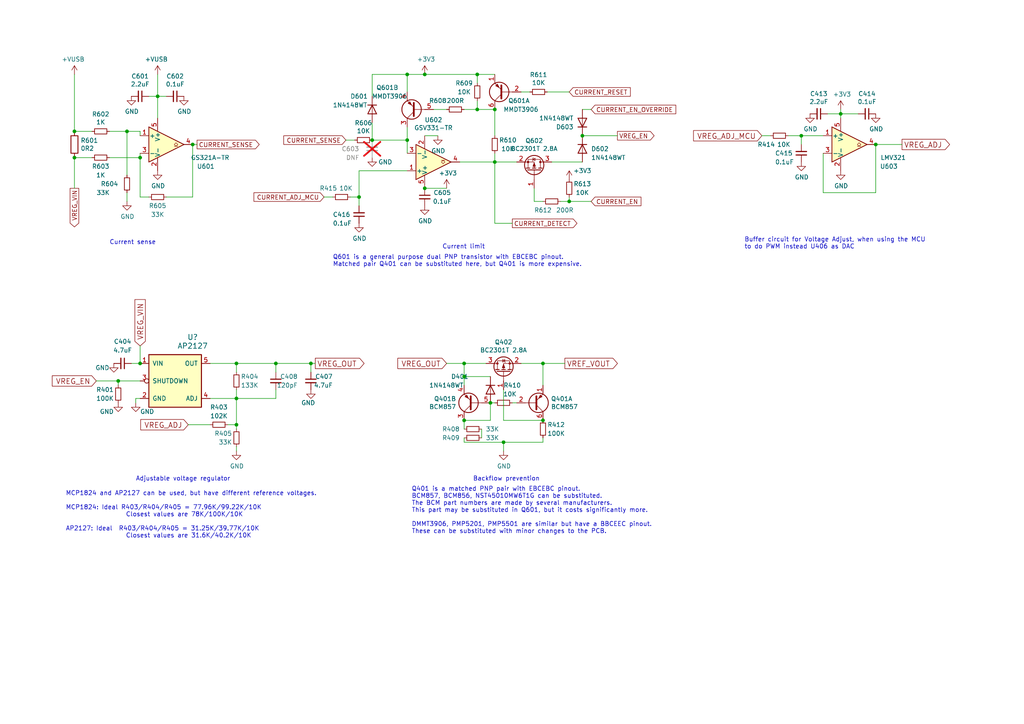
<source format=kicad_sch>
(kicad_sch (version 20250114) (generator "eeschema") (generator_version "9.0")
  (paper "A4")
  (lib_symbols
    (symbol "BusPirate-5-rev10-rescue:+3.3V-power" (power) (pin_names (offset 0))
      (property "Value" "+3.3V-power" (at 0 3.556 0))
      (symbol "+3.3V-power_0_1"
        (polyline (pts (xy -0.762 1.27) (xy 0 2.54)))
        (polyline (pts (xy 0 2.54) (xy 0.762 1.27)))
        (polyline (pts (xy 0 0) (xy 0 2.54)))
      )
      (symbol "+3.3V-power_1_1"
        (pin power_in line (at 0 0 90) (length 0) (hide yes) (name "+3V3") (number "1"))
      )
    )
    (symbol "Comparator:LMV331" (pin_names (offset 0.127))
      (property "Reference" "U" (at 1.27 5.08 0))
      (property "Value" "LMV331" (at 3.81 -5.08 0))
      (symbol "LMV331_0_1"
        (polyline (pts (xy -5.08 5.08) (xy 5.08 0) (xy -5.08 -5.08) (xy -5.08 5.08)) (stroke (width 0.254)) (fill (type background)))
        (polyline (pts (xy 3.302 -0.508) (xy 2.794 -0.508) (xy 3.302 0) (xy 2.794 0.508) (xy 2.286 0) (xy 2.794 -0.508) (xy 2.286 -0.508)) (stroke (width 0.127)))
      )
      (symbol "LMV331_1_1"
        (pin input line (at -7.62 2.54 0) (length 2.54) (name "+") (number "1"))
        (pin input line (at -7.62 -2.54 0) (length 2.54) (name "-") (number "3"))
        (pin power_in line (at -2.54 7.62 270) (length 3.81) (name "V+") (number "5"))
        (pin power_in line (at -2.54 -7.62 90) (length 3.81) (name "V-") (number "2"))
        (pin open_collector line (at 7.62 0 180) (length 2.54) (name "~") (number "4"))
      )
    )
    (symbol "Device:C_Small" (pin_numbers (hide yes)) (pin_names (offset 0.254) (hide yes))
      (property "Reference" "C" (at 0.254 1.778 0))
      (property "Value" "C_Small" (at 0.254 -2.032 0))
      (symbol "C_Small_0_1"
        (polyline (pts (xy -1.524 0.508) (xy 1.524 0.508)) (stroke (width 0.3048)))
        (polyline (pts (xy -1.524 -0.508) (xy 1.524 -0.508)) (stroke (width 0.3302)))
      )
      (symbol "C_Small_1_1"
        (pin passive line (at 0 2.54 270) (length 2.032) (name "~") (number "1"))
        (pin passive line (at 0 -2.54 90) (length 2.032) (name "~") (number "2"))
      )
    )
    (symbol "Device:R" (pin_numbers (hide yes)) (pin_names (offset 0))
      (property "Reference" "R" (at 2.032 0 90))
      (property "Value" "R" (at 0 0 90))
      (symbol "R_0_1"
        (rectangle (start -1.016 -2.54) (end 1.016 2.54) (stroke (width 0.254)))
      )
      (symbol "R_1_1"
        (pin passive line (at 0 3.81 270) (length 1.27) (name "~") (number "1"))
        (pin passive line (at 0 -3.81 90) (length 1.27) (name "~") (number "2"))
      )
    )
    (symbol "Device:R_Small" (pin_numbers (hide yes)) (pin_names (offset 0.254) (hide yes))
      (property "Reference" "R" (at 0.762 0.508 0))
      (property "Value" "R_Small" (at 0.762 -1.016 0))
      (symbol "R_Small_0_1"
        (rectangle (start -0.762 1.778) (end 0.762 -1.778) (stroke (width 0.2032)))
      )
      (symbol "R_Small_1_1"
        (pin passive line (at 0 2.54 270) (length 0.762) (name "~") (number "1"))
        (pin passive line (at 0 -2.54 90) (length 0.762) (name "~") (number "2"))
      )
    )
    (symbol "Diode:1N4148WS" (pin_numbers (hide yes)) (pin_names (hide yes))
      (property "Reference" "D" (at 0 2.54 0))
      (property "Value" "1N4148WS" (at 0 -2.54 0))
      (symbol "1N4148WS_0_1"
        (polyline (pts (xy -1.27 1.27) (xy -1.27 -1.27)) (stroke (width 0.254)))
        (polyline (pts (xy 1.27 1.27) (xy 1.27 -1.27) (xy -1.27 0) (xy 1.27 1.27)) (stroke (width 0.254)))
        (polyline (pts (xy 1.27 0) (xy -1.27 0)))
      )
      (symbol "1N4148WS_1_1"
        (pin passive line (at -3.81 0 0) (length 2.54) (name "K") (number "1"))
        (pin passive line (at 3.81 0 180) (length 2.54) (name "A") (number "2"))
      )
    )
    (symbol "Transistor_FET:BSS84" (pin_names (hide yes))
      (property "Reference" "Q" (at 5.08 1.905 0))
      (property "Value" "BSS84" (at 5.08 0 0))
      (symbol "BSS84_0_1"
        (polyline (pts (xy 0.254 1.905) (xy 0.254 -1.905)) (stroke (width 0.254)))
        (polyline (pts (xy 0.254 0) (xy -2.54 0)))
        (polyline (pts (xy 0.762 2.286) (xy 0.762 1.27)) (stroke (width 0.254)))
        (polyline (pts (xy 0.762 1.778) (xy 3.302 1.778) (xy 3.302 -1.778) (xy 0.762 -1.778)))
        (polyline (pts (xy 0.762 0.508) (xy 0.762 -0.508)) (stroke (width 0.254)))
        (polyline (pts (xy 0.762 -1.27) (xy 0.762 -2.286)) (stroke (width 0.254)))
        (circle (center 1.651 0) (radius 2.794) (stroke (width 0.254)))
        (polyline (pts (xy 2.286 0) (xy 1.27 0.381) (xy 1.27 -0.381) (xy 2.286 0)) (fill (type outline)))
        (polyline (pts (xy 2.54 2.54) (xy 2.54 1.778)))
        (circle (center 2.54 1.778) (radius 0.254) (fill (type outline)))
        (circle (center 2.54 -1.778) (radius 0.254) (fill (type outline)))
        (polyline (pts (xy 2.54 -2.54) (xy 2.54 0) (xy 0.762 0)))
        (polyline (pts (xy 2.794 -0.508) (xy 2.921 -0.381) (xy 3.683 -0.381) (xy 3.81 -0.254)))
        (polyline (pts (xy 3.302 -0.381) (xy 2.921 0.254) (xy 3.683 0.254) (xy 3.302 -0.381)))
      )
      (symbol "BSS84_1_1"
        (pin input line (at -5.08 0 0) (length 2.54) (name "G") (number "1"))
        (pin passive line (at 2.54 5.08 270) (length 2.54) (name "D") (number "3"))
        (pin passive line (at 2.54 -5.08 90) (length 2.54) (name "S") (number "2"))
      )
    )
    (symbol "dp-power:+VUSB" (power) (pin_names (offset 1.016))
      (property "Value" "+VUSB" (at 0 5.08 0))
      (symbol "+VUSB_0_1"
        (polyline (pts (xy 0 2.54) (xy -0.762 1.27)))
        (polyline (pts (xy 0 2.54) (xy 0.762 1.27)))
        (polyline (pts (xy 0 0) (xy 0 2.54)))
      )
      (symbol "+VUSB_1_1"
        (pin power_in line (at 0 0 90) (length 0) (hide yes) (name "+VUSB") (number "1"))
      )
    )
    (symbol "dp-vreg:MCP1824" (pin_names (offset 1.016))
      (property "Reference" "U" (at 0 12.7 0))
      (property "Value" "MCP1824" (at 0 10.16 0))
      (symbol "MCP1824_0_1"
        (rectangle (start -7.62 7.62) (end 7.62 -7.62) (stroke (width 0.3048)) (fill (type background)))
      )
      (symbol "MCP1824_1_1"
        (pin input line (at -10.16 5.08 0) (length 2.54) (name "VIN") (number "1"))
        (pin input inverted (at -10.16 0 0) (length 2.54) (name "SHUTDOWN") (number "3"))
        (pin input line (at -10.16 -5.08 0) (length 2.54) (name "GND") (number "2"))
        (pin power_out line (at 10.16 5.08 180) (length 2.54) (name "OUT") (number "5"))
        (pin input line (at 10.16 -5.08 180) (length 2.54) (name "ADJ") (number "4"))
      )
    )
    (symbol "kicad5-device:Q_DUAL_PNP_PNP_E1B1C2E2B2C1" (pin_names (offset 0) (hide yes))
      (property "Reference" "Q" (at 5.08 1.27 0))
      (property "Value" "Q_DUAL_PNP_PNP_E1B1C2E2B2C1" (at 5.08 -1.27 0))
      (symbol "Q_DUAL_PNP_PNP_E1B1C2E2B2C1_0_1"
        (polyline (pts (xy 0.635 1.905) (xy 0.635 -1.905) (xy 0.635 -1.905)) (stroke (width 0.508)))
        (polyline (pts (xy 0.635 0.635) (xy 2.54 2.54)))
        (polyline (pts (xy 0.635 0) (xy -2.54 0)))
        (polyline (pts (xy 0.635 -0.635) (xy 2.54 -2.54) (xy 2.54 -2.54)))
        (circle (center 1.27 0) (radius 2.8194) (stroke (width 0.254)))
        (polyline (pts (xy 2.286 -1.778) (xy 1.778 -2.286) (xy 1.27 -1.27) (xy 2.286 -1.778) (xy 2.286 -1.778)) (fill (type outline)))
      )
      (symbol "Q_DUAL_PNP_PNP_E1B1C2E2B2C1_1_1"
        (pin input line (at -5.08 0 0) (length 2.54) (name "B1") (number "2"))
        (pin passive line (at 2.54 5.08 270) (length 2.54) (name "C1") (number "6"))
        (pin passive line (at 2.54 -5.08 90) (length 2.54) (name "E1") (number "1"))
      )
      (symbol "Q_DUAL_PNP_PNP_E1B1C2E2B2C1_2_1"
        (pin input line (at -5.08 0 0) (length 2.54) (name "B2") (number "5"))
        (pin passive line (at 2.54 5.08 270) (length 2.54) (name "C2") (number "3"))
        (pin passive line (at 2.54 -5.08 90) (length 2.54) (name "E2") (number "4"))
      )
    )
    (symbol "power:GND" (power) (pin_names (offset 0))
      (property "Value" "GND" (at 0 -3.81 0))
      (symbol "GND_0_1"
        (polyline (pts (xy 0 0) (xy 0 -1.27) (xy 1.27 -1.27) (xy 0 -2.54) (xy -1.27 -1.27) (xy 0 -1.27)))
      )
      (symbol "GND_1_1"
        (pin power_in line (at 0 0 270) (length 0) (hide yes) (name "GND") (number "1"))
      )
    )
  )
  (text "Adjustable voltage regulator" (at 39.37 139.7 0) (effects (font (size 1.27 1.27)) (justify left bottom)))
  (text "Buffer circuit for Voltage Adjust, when using the MCU\nto do PWM instead U406 as DAC" (at 215.9 72.39 0) (effects (font (size 1.27 1.27)) (justify left bottom)))
  (text "Current sense" (at 31.75 71.12 0) (effects (font (size 1.27 1.27)) (justify left bottom)))
  (text "Backflow prevention" (at 137.16 139.7 0) (effects (font (size 1.27 1.27)) (justify left bottom)))
  (text "MCP1824 and AP2127 can be used, but have different reference voltages.\n\nMCP1824: Ideal R403/R404/R405 = 77.96K/99.22K/10K\n                  Closest values are 78K/100K/10K\n\nAP2127: Ideal  R403/R404/R405 = 31.25K/39.77K/10K\n                  Closest values are 31.6K/40.2K/10K" (at 19.05 156.21 0) (effects (font (size 1.27 1.27)) (justify left bottom)))
  (text "Current limit" (at 128.27 72.39 0) (effects (font (size 1.27 1.27)) (justify left bottom)))
  (text "Q401 is a matched PNP pair with EBCEBC pinout.\nBCM857, BCM856, NST45010MW6T1G can be substituted. \nThe BCM part numbers are made by several manufacturers.\nThis part may be substituted in Q601, but it costs significantly more.\n\nDMMT3906, PMP5201, PMP5501 are similar but have a BBCEEC pinout.\nThese can be substituted with minor changes to the PCB." (at 119.38 154.94 0) (effects (font (size 1.27 1.27)) (justify left bottom)))
  (text "Q601 is a general purpose dual PNP transistor with EBCEBC pinout. \nMatched pair Q401 can be substituted here, but Q401 is more expensive.\n" (at 96.52 77.47 0) (effects (font (size 1.27 1.27)) (justify left bottom)))
  (junction (at 143.51 46.99))
  (junction (at 243.84 33.02))
  (junction (at 68.58 105.41))
  (junction (at 168.91 39.37))
  (junction (at 143.51 31.75))
  (junction (at 254 41.91))
  (junction (at 80.01 105.41))
  (junction (at 107.95 40.64))
  (junction (at 34.29 110.49))
  (junction (at 123.19 21.59))
  (junction (at 134.62 109.22))
  (junction (at 118.11 21.59))
  (junction (at 138.43 31.75))
  (junction (at 45.72 27.94))
  (junction (at 21.59 38.1))
  (junction (at 40.64 45.72))
  (junction (at 68.58 123.19))
  (junction (at 40.64 105.41))
  (junction (at 142.24 116.84))
  (junction (at 134.62 105.41))
  (junction (at 134.62 121.92))
  (junction (at 123.19 54.61))
  (junction (at 157.48 105.41))
  (junction (at 90.17 105.41))
  (junction (at 157.48 121.92))
  (junction (at 55.88 41.91))
  (junction (at 232.41 39.37))
  (junction (at 104.14 57.15))
  (junction (at 146.05 128.27))
  (junction (at 118.11 40.64))
  (junction (at 36.83 38.1))
  (junction (at 68.58 115.57))
  (junction (at 138.43 21.59))
  (junction (at 21.59 45.72))
  (junction (at 165.1 58.42))
  (wire (pts (xy 154.94 58.42) (xy 154.94 54.61)))
  (wire (pts (xy 26.67 45.72) (xy 21.59 45.72)))
  (wire (pts (xy 104.14 49.53) (xy 104.14 57.15)))
  (wire (pts (xy 68.58 130.81) (xy 68.58 129.54)))
  (wire (pts (xy 118.11 49.53) (xy 104.14 49.53)))
  (wire (pts (xy 118.11 40.64) (xy 118.11 44.45)))
  (wire (pts (xy 165.1 26.67) (xy 158.75 26.67)))
  (wire (pts (xy 68.58 124.46) (xy 68.58 123.19)))
  (wire (pts (xy 157.48 121.92) (xy 146.05 121.92)))
  (wire (pts (xy 107.95 40.64) (xy 118.11 40.64)))
  (wire (pts (xy 157.48 105.41) (xy 157.48 111.76)))
  (wire (pts (xy 123.19 21.59) (xy 118.11 21.59)))
  (wire (pts (xy 31.75 38.1) (xy 36.83 38.1)))
  (wire (pts (xy 129.54 105.41) (xy 134.62 105.41)))
  (wire (pts (xy 143.51 116.84) (xy 142.24 116.84)))
  (wire (pts (xy 102.87 40.64) (xy 100.33 40.64)))
  (wire (pts (xy 134.62 121.92) (xy 142.24 121.92)))
  (wire (pts (xy 68.58 115.57) (xy 80.01 115.57)))
  (wire (pts (xy 133.35 46.99) (xy 143.51 46.99)))
  (wire (pts (xy 101.6 57.15) (xy 104.14 57.15)))
  (wire (pts (xy 148.59 116.84) (xy 149.86 116.84)))
  (wire (pts (xy 40.64 115.57) (xy 39.37 115.57)))
  (wire (pts (xy 146.05 128.27) (xy 134.62 128.27)))
  (wire (pts (xy 40.64 38.1) (xy 40.64 39.37)))
  (wire (pts (xy 40.64 57.15) (xy 40.64 45.72)))
  (wire (pts (xy 157.48 105.41) (xy 163.83 105.41)))
  (wire (pts (xy 104.14 57.15) (xy 104.14 59.69)))
  (wire (pts (xy 45.72 27.94) (xy 45.72 21.59)))
  (wire (pts (xy 146.05 121.92) (xy 146.05 113.03)))
  (wire (pts (xy 21.59 38.1) (xy 21.59 21.59)))
  (wire (pts (xy 68.58 115.57) (xy 68.58 113.03)))
  (wire (pts (xy 34.29 110.49) (xy 27.94 110.49)))
  (wire (pts (xy 129.54 31.75) (xy 125.73 31.75)))
  (wire (pts (xy 134.62 31.75) (xy 138.43 31.75)))
  (wire (pts (xy 68.58 107.95) (xy 68.58 105.41)))
  (wire (pts (xy 107.95 21.59) (xy 107.95 27.94)))
  (wire (pts (xy 90.17 105.41) (xy 91.44 105.41)))
  (wire (pts (xy 138.43 31.75) (xy 143.51 31.75)))
  (wire (pts (xy 142.24 109.22) (xy 134.62 109.22)))
  (wire (pts (xy 43.18 57.15) (xy 40.64 57.15)))
  (wire (pts (xy 143.51 64.77) (xy 143.51 46.99)))
  (wire (pts (xy 134.62 109.22) (xy 134.62 105.41)))
  (wire (pts (xy 36.83 55.88) (xy 36.83 58.42)))
  (wire (pts (xy 55.88 41.91) (xy 55.88 57.15)))
  (wire (pts (xy 54.61 123.19) (xy 60.96 123.19)))
  (wire (pts (xy 243.84 31.75) (xy 243.84 33.02)))
  (wire (pts (xy 21.59 45.72) (xy 21.59 54.61)))
  (wire (pts (xy 55.88 57.15) (xy 48.26 57.15)))
  (wire (pts (xy 60.96 105.41) (xy 68.58 105.41)))
  (wire (pts (xy 157.48 58.42) (xy 154.94 58.42)))
  (wire (pts (xy 171.45 58.42) (xy 165.1 58.42)))
  (wire (pts (xy 123.19 21.59) (xy 138.43 21.59)))
  (wire (pts (xy 80.01 115.57) (xy 80.01 113.03)))
  (wire (pts (xy 138.43 21.59) (xy 143.51 21.59)))
  (wire (pts (xy 68.58 105.41) (xy 80.01 105.41)))
  (wire (pts (xy 40.64 44.45) (xy 40.64 45.72)))
  (wire (pts (xy 123.19 54.61) (xy 129.54 54.61)))
  (wire (pts (xy 118.11 21.59) (xy 107.95 21.59)))
  (wire (pts (xy 143.51 46.99) (xy 143.51 44.45)))
  (wire (pts (xy 160.02 46.99) (xy 168.91 46.99)))
  (wire (pts (xy 40.64 100.33) (xy 40.64 105.41)))
  (wire (pts (xy 96.52 57.15) (xy 93.98 57.15)))
  (wire (pts (xy 151.13 105.41) (xy 157.48 105.41)))
  (wire (pts (xy 90.17 105.41) (xy 90.17 107.95)))
  (wire (pts (xy 55.88 41.91) (xy 57.15 41.91)))
  (wire (pts (xy 68.58 123.19) (xy 68.58 115.57)))
  (wire (pts (xy 153.67 26.67) (xy 151.13 26.67)))
  (wire (pts (xy 123.19 39.37) (xy 127 39.37)))
  (wire (pts (xy 148.59 64.77) (xy 143.51 64.77)))
  (wire (pts (xy 223.52 39.37) (xy 220.98 39.37)))
  (wire (pts (xy 146.05 130.81) (xy 146.05 128.27)))
  (wire (pts (xy 179.07 39.37) (xy 168.91 39.37)))
  (wire (pts (xy 238.76 55.88) (xy 254 55.88)))
  (wire (pts (xy 118.11 26.67) (xy 118.11 21.59)))
  (wire (pts (xy 107.95 35.56) (xy 107.95 40.64)))
  (wire (pts (xy 232.41 39.37) (xy 228.6 39.37)))
  (wire (pts (xy 38.1 105.41) (xy 40.64 105.41)))
  (wire (pts (xy 34.29 111.76) (xy 34.29 110.49)))
  (wire (pts (xy 60.96 115.57) (xy 68.58 115.57)))
  (wire (pts (xy 26.67 38.1) (xy 21.59 38.1)))
  (wire (pts (xy 139.7 124.46) (xy 139.7 127)))
  (wire (pts (xy 134.62 111.76) (xy 134.62 109.22)))
  (wire (pts (xy 140.97 105.41) (xy 134.62 105.41)))
  (wire (pts (xy 157.48 127) (xy 157.48 128.27)))
  (wire (pts (xy 66.04 123.19) (xy 68.58 123.19)))
  (wire (pts (xy 118.11 36.83) (xy 118.11 40.64)))
  (wire (pts (xy 36.83 50.8) (xy 36.83 38.1)))
  (wire (pts (xy 40.64 110.49) (xy 34.29 110.49)))
  (wire (pts (xy 261.62 41.91) (xy 254 41.91)))
  (wire (pts (xy 143.51 39.37) (xy 143.51 31.75)))
  (wire (pts (xy 138.43 24.13) (xy 138.43 21.59)))
  (wire (pts (xy 165.1 58.42) (xy 162.56 58.42)))
  (wire (pts (xy 80.01 107.95) (xy 80.01 105.41)))
  (wire (pts (xy 80.01 105.41) (xy 90.17 105.41)))
  (wire (pts (xy 243.84 33.02) (xy 248.92 33.02)))
  (wire (pts (xy 254 55.88) (xy 254 41.91)))
  (wire (pts (xy 149.86 46.99) (xy 143.51 46.99)))
  (wire (pts (xy 238.76 39.37) (xy 232.41 39.37)))
  (wire (pts (xy 40.64 45.72) (xy 31.75 45.72)))
  (wire (pts (xy 138.43 29.21) (xy 138.43 31.75)))
  (wire (pts (xy 134.62 127) (xy 134.62 128.27)))
  (wire (pts (xy 43.18 27.94) (xy 45.72 27.94)))
  (wire (pts (xy 36.83 38.1) (xy 40.64 38.1)))
  (wire (pts (xy 238.76 44.45) (xy 238.76 55.88)))
  (wire (pts (xy 240.03 33.02) (xy 243.84 33.02)))
  (wire (pts (xy 243.84 34.29) (xy 243.84 33.02)))
  (wire (pts (xy 45.72 27.94) (xy 45.72 34.29)))
  (wire (pts (xy 157.48 128.27) (xy 146.05 128.27)))
  (wire (pts (xy 165.1 57.15) (xy 165.1 58.42)))
  (wire (pts (xy 232.41 41.91) (xy 232.41 39.37)))
  (wire (pts (xy 171.45 31.75) (xy 168.91 31.75)))
  (wire (pts (xy 134.62 121.92) (xy 134.62 124.46)))
  (wire (pts (xy 39.37 115.57) (xy 39.37 116.84)))
  (wire (pts (xy 45.72 27.94) (xy 48.26 27.94)))
  (wire (pts (xy 142.24 116.84) (xy 142.24 121.92)))
  (global_label "VREG_VIN" (shape output) (at 21.59 54.61 270) (property "Intersheetrefs" "${INTERSHEET_REFS}" (effects (hide yes))))
  (global_label "CURRENT_DETECT" (shape output) (at 148.59 64.77 0) (property "Intersheetrefs" "${INTERSHEET_REFS}" (effects (hide yes))))
  (global_label "VREG_OUT" (shape input) (at 129.54 105.41 180) (effects (font (size 1.524 1.524))) (property "Intersheetrefs" "${INTERSHEET_REFS}" (effects (hide yes))))
  (global_label "VREG_ADJ" (shape input) (at 54.61 123.19 180) (effects (font (size 1.524 1.524))) (property "Intersheetrefs" "${INTERSHEET_REFS}" (effects (hide yes))))
  (global_label "VREG_EN" (shape output) (at 179.07 39.37 0) (property "Intersheetrefs" "${INTERSHEET_REFS}" (effects (hide yes))))
  (global_label "VREG_ADJ_MCU" (shape input) (at 220.98 39.37 180) (effects (font (size 1.524 1.524))) (property "Intersheetrefs" "${INTERSHEET_REFS}" (effects (hide yes))))
  (global_label "VREF_VOUT" (shape output) (at 163.83 105.41 0) (effects (font (size 1.524 1.524))) (property "Intersheetrefs" "${INTERSHEET_REFS}" (effects (hide yes))))
  (global_label "CURRENT_SENSE" (shape input) (at 100.33 40.64 180) (property "Intersheetrefs" "${INTERSHEET_REFS}" (effects (hide yes))))
  (global_label "VREG_EN" (shape input) (at 27.94 110.49 180) (effects (font (size 1.524 1.524))) (property "Intersheetrefs" "${INTERSHEET_REFS}" (effects (hide yes))))
  (global_label "CURRENT_ADJ_MCU" (shape input) (at 93.98 57.15 180) (property "Intersheetrefs" "${INTERSHEET_REFS}" (effects (hide yes))))
  (global_label "CURRENT_SENSE" (shape output) (at 57.15 41.91 0) (property "Intersheetrefs" "${INTERSHEET_REFS}" (effects (hide yes))))
  (global_label "VREG_VIN" (shape input) (at 40.64 100.33 90) (effects (font (size 1.524 1.524))) (property "Intersheetrefs" "${INTERSHEET_REFS}" (effects (hide yes))))
  (global_label "CURRENT_EN" (shape input) (at 171.45 58.42 0) (property "Intersheetrefs" "${INTERSHEET_REFS}" (effects (hide yes))))
  (global_label "VREG_ADJ" (shape output) (at 261.62 41.91 0) (effects (font (size 1.524 1.524))) (property "Intersheetrefs" "${INTERSHEET_REFS}" (effects (hide yes))))
  (global_label "VREG_OUT" (shape output) (at 91.44 105.41 0) (effects (font (size 1.524 1.524))) (property "Intersheetrefs" "${INTERSHEET_REFS}" (effects (hide yes))))
  (global_label "CURRENT_EN_OVERRIDE" (shape input) (at 171.45 31.75 0) (property "Intersheetrefs" "${INTERSHEET_REFS}" (effects (hide yes))))
  (global_label "CURRENT_RESET" (shape input) (at 165.1 26.67 0) (property "Intersheetrefs" "${INTERSHEET_REFS}" (effects (hide yes))))
  (symbol (lib_id "dp-vreg:MCP1824") (at 50.8 110.49 0) (unit 1)
    (property "Reference" "U403" (at 55.88 97.79 0) (effects (font (size 1.524 1.524))))
    (property "Value" "AP2127" (at 55.88 100.33 0) (effects (font (size 1.524 1.524))))
    (property "Footprint" "Package_TO_SOT_SMD:SOT-23-5" (effects (hide yes)))
    (property "RMB" "2.68" (effects (hide yes)))
    (property "Supplier" " https://item.szlcsc.com/157049.html" (effects (hide yes)))
    (instances (project "REV0" (path "" (reference "U?") (unit 1)) (path "" (reference "U403") (unit 1))))
  )
  (symbol (lib_id "power:GND") (at 39.37 116.84 0) (unit 1)
    (property "Reference" "#PWR0412" (effects (hide yes)))
    (property "Value" "GND" (at 40.64 119.38 0) (effects (justify left)))
  )
  (symbol (lib_id "Device:C_Small") (at 90.17 110.49 0) (unit 1)
    (property "Reference" "C407" (at 96.52 109.22 0) (effects (justify right)))
    (property "Value" "4.7uF" (at 96.52 111.76 0) (effects (justify right)))
    (property "Footprint" "Capacitor_SMD:C_0402_1005Metric" (effects (hide yes)))
    (property "RMB" "0.037726" (effects (hide yes)))
    (property "Supplier" "https://item.szlcsc.com/1877.html" (effects (hide yes)))
  )
  (symbol (lib_id "power:GND") (at 90.17 113.03 0) (unit 1)
    (property "Reference" "#PWR0419" (effects (hide yes)))
    (property "Value" "GND" (at 91.44 116.84 0) (effects (justify right)))
  )
  (symbol (lib_id "Transistor_FET:BSS84") (at 146.05 107.95 90) (unit 1)
    (property "Reference" "Q402" (at 146.05 99.2378 90))
    (property "Value" "BC2301T 2.8A" (at 146.05 101.5492 90))
    (property "Footprint" "Package_TO_SOT_SMD:SOT-523" (effects (hide yes)))
    (property "Datasheet" "http://www.aosmd.com/pdfs/datasheet/AO3401A.pdf" (effects (hide yes)))
    (property "RMB" "0.232494" (effects (hide yes)))
    (property "Supplier" "https://item.szlcsc.com/76686.html" (effects (hide yes)))
  )
  (symbol (lib_id "Device:R_Small") (at 137.16 124.46 270) (unit 1)
    (property "Reference" "R408" (at 133.35 124.46 90) (effects (justify right)))
    (property "Value" "33K" (at 144.78 124.46 90) (effects (justify right)))
    (property "Footprint" "Resistor_SMD:R_0402_1005Metric" (effects (hide yes)))
    (property "RMB" "0.005541" (effects (hide yes)))
    (property "Supplier" "https://item.szlcsc.com/141563.html" (effects (hide yes)))
  )
  (symbol (lib_id "power:GND") (at 146.05 130.81 0) (unit 1)
    (property "Reference" "#PWR0426" (effects (hide yes)))
    (property "Value" "GND" (at 146.177 135.2042 0))
  )
  (symbol (lib_id "Device:R_Small") (at 157.48 124.46 0) (unit 1)
    (property "Reference" "R412" (at 158.75 123.19 0) (effects (justify left)))
    (property "Value" "100K" (at 158.75 125.73 0) (effects (justify left)))
    (property "Footprint" "Resistor_SMD:R_0402_1005Metric" (effects (hide yes)))
    (property "RMB" "0.005749" (effects (hide yes)))
    (property "Supplier" "https://item.szlcsc.com/61543.html" (effects (hide yes)))
  )
  (symbol (lib_id "Device:C_Small") (at 35.56 105.41 270) (unit 1)
    (property "Reference" "C404" (at 35.56 99.06 90))
    (property "Value" "4.7uF" (at 35.56 101.6 90))
    (property "Footprint" "Capacitor_SMD:C_0402_1005Metric" (effects (hide yes)))
    (property "RMB" "0.037726" (effects (hide yes)))
    (property "Supplier" "https://item.szlcsc.com/1877.html" (effects (hide yes)))
  )
  (symbol (lib_id "power:GND") (at 33.02 105.41 0) (unit 1)
    (property "Reference" "#PWR0410" (effects (hide yes)))
    (property "Value" "GND" (at 31.75 106.68 0) (effects (justify right)))
  )
  (symbol (lib_id "Device:R_Small") (at 34.29 114.3 0) (unit 1)
    (property "Reference" "R401" (at 33.02 113.03 0) (effects (justify right)))
    (property "Value" "100K" (at 33.02 115.57 0) (effects (justify right)))
    (property "Footprint" "Resistor_SMD:R_0402_1005Metric" (effects (hide yes)))
    (property "RMB" "0.005749" (effects (hide yes)))
    (property "Supplier" "https://item.szlcsc.com/61543.html" (effects (hide yes)))
  )
  (symbol (lib_id "power:GND") (at 34.29 116.84 0) (unit 1)
    (property "Reference" "#PWR0411" (effects (hide yes)))
    (property "Value" "GND" (at 33.02 119.38 0) (effects (justify right)))
  )
  (symbol (lib_id "Device:R_Small") (at 68.58 110.49 0) (unit 1)
    (property "Reference" "R404" (at 69.85 109.22 0) (effects (justify left)))
    (property "Value" "133K" (at 69.85 111.76 0) (effects (justify left)))
    (property "Footprint" "Resistor_SMD:R_0402_1005Metric" (effects (hide yes)))
    (property "RMB" "0.005749" (effects (hide yes)))
    (property "Supplier" "https://item.szlcsc.com/61543.html" (effects (hide yes)))
  )
  (symbol (lib_id "Device:R_Small") (at 68.58 127 0) (unit 1)
    (property "Reference" "R405" (at 67.31 125.73 0) (effects (justify right)))
    (property "Value" "33K" (at 67.31 128.27 0) (effects (justify right)))
    (property "Footprint" "Resistor_SMD:R_0402_1005Metric" (effects (hide yes)))
    (property "RMB" "0.004864" (effects (hide yes)))
    (property "Supplier" "https://item.szlcsc.com/61542.html" (effects (hide yes)))
  )
  (symbol (lib_id "Device:R_Small") (at 63.5 123.19 90) (unit 1)
    (property "Reference" "R403" (at 63.5 118.11 90))
    (property "Value" "102K" (at 63.5 120.65 90))
    (property "Footprint" "Resistor_SMD:R_0402_1005Metric" (effects (hide yes)))
    (property "RMB" "0.005944" (effects (hide yes)))
    (property "Supplier" "https://item.szlcsc.com/174835.html" (effects (hide yes)))
  )
  (symbol (lib_id "power:GND") (at 68.58 130.81 0) (unit 1)
    (property "Reference" "#PWR0417" (effects (hide yes)))
    (property "Value" "GND" (at 68.707 135.2042 0))
  )
  (symbol (lib_id "Device:R_Small") (at 29.21 38.1 270) (unit 1)
    (property "Reference" "R602" (at 29.21 33.1216 90))
    (property "Value" "1K" (at 29.21 35.433 90))
    (property "Footprint" "Resistor_SMD:R_0402_1005Metric" (effects (hide yes)))
    (property "RMB" "0.005622" (effects (hide yes)))
    (property "Supplier" "https://item.szlcsc.com/107450.html" (effects (hide yes)))
  )
  (symbol (lib_id "Device:R") (at 21.59 41.91 0) (unit 1)
    (property "Reference" "R601" (at 23.368 40.7416 0) (effects (justify left)))
    (property "Value" "0R2" (at 23.368 43.053 0) (effects (justify left)))
    (property "Footprint" "Resistor_SMD:R_2512_6332Metric_Pad1.40x3.35mm_HandSolder" (effects (hide yes)))
    (property "RMB" "0.418328" (effects (hide yes)))
    (property "Supplier" "https://item.szlcsc.com/464030.html" (effects (hide yes)))
  )
  (symbol (lib_id "Device:R_Small") (at 29.21 45.72 270) (unit 1)
    (property "Reference" "R603" (at 29.21 48.26 90))
    (property "Value" "1K" (at 29.21 50.8 90))
    (property "Footprint" "Resistor_SMD:R_0402_1005Metric" (effects (hide yes)))
    (property "RMB" "0.005622" (effects (hide yes)))
    (property "Supplier" "https://item.szlcsc.com/107450.html" (effects (hide yes)))
  )
  (symbol (lib_id "Device:R_Small") (at 36.83 53.34 180) (unit 1)
    (property "Reference" "R604" (at 29.21 53.34 0) (effects (justify right)))
    (property "Value" "33K" (at 27.94 55.88 0) (effects (justify right)))
    (property "Footprint" "Resistor_SMD:R_0402_1005Metric" (effects (hide yes)))
    (property "RMB" "0.005541" (effects (hide yes)))
    (property "Supplier" "https://item.szlcsc.com/141563.html" (effects (hide yes)))
  )
  (symbol (lib_id "power:GND") (at 36.83 58.42 0) (unit 1)
    (property "Reference" "#PWR0602" (effects (hide yes)))
    (property "Value" "GND" (at 36.957 62.8142 0))
  )
  (symbol (lib_id "power:GND") (at 45.72 49.53 0) (unit 1)
    (property "Reference" "#PWR0605" (effects (hide yes)))
    (property "Value" "GND" (at 45.847 53.9242 0))
  )
  (symbol (lib_id "Device:R_Small") (at 45.72 57.15 270) (unit 1)
    (property "Reference" "R605" (at 45.72 59.69 90))
    (property "Value" "33K" (at 45.72 62.23 90))
    (property "Footprint" "Resistor_SMD:R_0402_1005Metric" (effects (hide yes)))
    (property "RMB" "0.005541" (effects (hide yes)))
    (property "Supplier" "https://item.szlcsc.com/141563.html" (effects (hide yes)))
  )
  (symbol (lib_id "Device:C_Small") (at 50.8 27.94 270) (unit 1)
    (property "Reference" "C602" (at 50.8 22.1234 90))
    (property "Value" "0.1uF" (at 50.8 24.4348 90))
    (property "Footprint" "Capacitor_SMD:C_0402_1005Metric" (effects (hide yes)))
    (property "RMB" "0.00628" (effects (hide yes)))
    (property "Supplier" "https://item.szlcsc.com/1877.html" (effects (hide yes)))
  )
  (symbol (lib_id "Device:C_Small") (at 40.64 27.94 270) (unit 1)
    (property "Reference" "C601" (at 40.64 22.1234 90))
    (property "Value" "2.2uF" (at 40.64 24.4348 90))
    (property "Footprint" "Capacitor_SMD:C_0402_1005Metric" (effects (hide yes)))
    (property "RMB" "0.043101" (effects (hide yes)))
    (property "Supplier" "https://item.szlcsc.com/108589.html" (effects (hide yes)))
  )
  (symbol (lib_id "power:GND") (at 53.34 27.94 0) (unit 1)
    (property "Reference" "#PWR0606" (effects (hide yes)))
    (property "Value" "GND" (at 53.467 32.3342 0))
  )
  (symbol (lib_id "power:GND") (at 38.1 27.94 0) (unit 1)
    (property "Reference" "#PWR0603" (effects (hide yes)))
    (property "Value" "GND" (at 38.227 32.3342 0))
  )
  (symbol (lib_id "Device:R_Small") (at 105.41 40.64 270) (unit 1)
    (property "Reference" "R606" (at 105.41 35.6616 90))
    (property "Value" "10K" (at 105.41 37.973 90))
    (property "Footprint" "Resistor_SMD:R_0402_1005Metric" (effects (hide yes)))
  )
  (symbol (lib_id "Device:C_Small") (at 107.95 43.18 180) (unit 1) (in_bom no) (dnp yes)
    (property "Reference" "C603" (at 99.06 43.18 0) (effects (justify right)))
    (property "Value" "DNF" (at 100.33 45.72 0) (effects (justify right)))
    (property "Footprint" "Capacitor_SMD:C_0402_1005Metric" (effects (hide yes)))
  )
  (symbol (lib_id "power:GND") (at 107.95 45.72 0) (unit 1)
    (property "Reference" "#PWR0607" (effects (hide yes)))
    (property "Value" "GND" (at 111.76 46.99 0))
  )
  (symbol (lib_id "BusPirate-5-rev10-rescue:+3.3V-power") (at 123.19 21.59 0) (unit 1)
    (property "Reference" "#PWR0609" (effects (hide yes)))
    (property "Value" "+3V3" (at 123.571 17.1958 0))
  )
  (symbol (lib_id "Device:C_Small") (at 123.19 57.15 0) (unit 1)
    (property "Reference" "C605" (at 128.27 55.88 0))
    (property "Value" "0.1uF" (at 128.27 58.42 0))
    (property "Footprint" "Capacitor_SMD:C_0402_1005Metric" (effects (hide yes)))
    (property "RMB" "0.00628" (effects (hide yes)))
    (property "Supplier" "https://item.szlcsc.com/1877.html" (effects (hide yes)))
  )
  (symbol (lib_id "power:GND") (at 123.19 59.69 0) (unit 1)
    (property "Reference" "#PWR0610" (effects (hide yes)))
    (property "Value" "GND" (at 123.317 64.0842 0))
  )
  (symbol (lib_id "dp-power:+VUSB") (at 45.72 21.59 0) (unit 1)
    (property "Reference" "#PWR0604" (effects (hide yes)))
    (property "Value" "+VUSB" (at 45.339 17.1958 0))
  )
  (symbol (lib_id "dp-power:+VUSB") (at 21.59 21.59 0) (unit 1)
    (property "Reference" "#PWR0601" (effects (hide yes)))
    (property "Value" "+VUSB" (at 21.209 17.1958 0))
  )
  (symbol (lib_id "Diode:1N4148WS") (at 107.95 31.75 270) (unit 1)
    (property "Reference" "D601" (at 101.6 27.94 90) (effects (justify left)))
    (property "Value" "1N4148WT" (at 96.52 30.48 90) (effects (justify left)))
    (property "Footprint" "Diode_SMD:D_SOD-523" (effects (hide yes)))
    (property "Datasheet" "https://www.vishay.com/docs/85751/1n4148ws.pdf" (effects (hide yes)))
    (property "RMB" "0.182079" (effects (hide yes)))
    (property "Supplier" "https://item.szlcsc.com/120141.html" (effects (hide yes)))
  )
  (symbol (lib_id "Device:R_Small") (at 137.16 127 270) (unit 1)
    (property "Reference" "R409" (at 133.35 127 90) (effects (justify right)))
    (property "Value" "33K" (at 144.78 127 90) (effects (justify right)))
    (property "Footprint" "Resistor_SMD:R_0402_1005Metric" (effects (hide yes)))
    (property "RMB" "0.005541" (effects (hide yes)))
    (property "Supplier" "https://item.szlcsc.com/141563.html" (effects (hide yes)))
  )
  (symbol (lib_id "BusPirate-5-rev10-rescue:+3.3V-power") (at 129.54 54.61 0) (unit 1)
    (property "Reference" "#PWR0612" (effects (hide yes)))
    (property "Value" "+3V3" (at 129.921 50.2158 0))
  )
  (symbol (lib_id "Diode:1N4148WS") (at 142.24 113.03 270) (unit 1)
    (property "Reference" "D401" (at 130.81 109.22 90) (effects (justify left)))
    (property "Value" "1N4148WT" (at 124.46 111.76 90) (effects (justify left)))
    (property "Footprint" "Diode_SMD:D_SOD-523" (effects (hide yes)))
    (property "Datasheet" "https://www.vishay.com/docs/85751/1n4148ws.pdf" (effects (hide yes)))
    (property "RMB" "0.182079" (effects (hide yes)))
    (property "Supplier" "https://item.szlcsc.com/120141.html" (effects (hide yes)))
  )
  (symbol (lib_id "Device:R_Small") (at 146.05 116.84 270) (unit 1)
    (property "Reference" "R410" (at 151.13 111.76 90) (effects (justify right)))
    (property "Value" "10K" (at 149.86 114.3 90) (effects (justify right)))
    (property "Footprint" "Resistor_SMD:R_0402_1005Metric" (effects (hide yes)))
    (property "RMB" "0.005541" (effects (hide yes)))
    (property "Supplier" "https://item.szlcsc.com/141563.html" (effects (hide yes)))
  )
  (symbol (lib_id "power:GND") (at 127 39.37 0) (unit 1)
    (property "Reference" "#PWR0611" (effects (hide yes)))
    (property "Value" "GND" (at 127.127 43.7642 0))
  )
  (symbol (lib_id "Device:R_Small") (at 132.08 31.75 90) (unit 1)
    (property "Reference" "R608" (at 127 29.21 90))
    (property "Value" "200R" (at 132.08 29.21 90))
    (property "Footprint" "Resistor_SMD:R_0402_1005Metric" (effects (hide yes)))
  )
  (symbol (lib_id "Device:R_Small") (at 138.43 26.67 0) (unit 1)
    (property "Reference" "R609" (at 134.62 24.13 0))
    (property "Value" "10K" (at 134.62 26.67 0))
    (property "Footprint" "Resistor_SMD:R_0402_1005Metric" (effects (hide yes)))
  )
  (symbol (lib_id "Device:R_Small") (at 143.51 41.91 0) (unit 1)
    (property "Reference" "R610" (at 147.32 40.64 0))
    (property "Value" "10K" (at 147.32 43.18 0))
    (property "Footprint" "Resistor_SMD:R_0402_1005Metric" (effects (hide yes)))
  )
  (symbol (lib_id "Transistor_FET:BSS84") (at 154.94 49.53 270) (mirror x) (unit 1)
    (property "Reference" "Q602" (at 154.94 40.8178 90))
    (property "Value" "BC2301T 2.8A" (at 154.94 43.1292 90))
    (property "Footprint" "Package_TO_SOT_SMD:SOT-523" (effects (hide yes)))
    (property "Datasheet" "http://www.aosmd.com/pdfs/datasheet/AO3401A.pdf" (effects (hide yes)))
    (property "RMB" "0.232494" (effects (hide yes)))
    (property "Supplier" "https://item.szlcsc.com/76686.html" (effects (hide yes)))
  )
  (symbol (lib_id "Device:R_Small") (at 160.02 58.42 90) (unit 1)
    (property "Reference" "R612" (at 157.48 60.96 90))
    (property "Value" "200R" (at 163.83 60.96 90))
    (property "Footprint" "Resistor_SMD:R_0402_1005Metric" (effects (hide yes)))
  )
  (symbol (lib_id "Device:R_Small") (at 165.1 54.61 0) (unit 1)
    (property "Reference" "R613" (at 168.91 53.34 0))
    (property "Value" "10K" (at 168.91 55.88 0))
    (property "Footprint" "Resistor_SMD:R_0402_1005Metric" (effects (hide yes)))
  )
  (symbol (lib_id "BusPirate-5-rev10-rescue:+3.3V-power") (at 165.1 52.07 0) (unit 1)
    (property "Reference" "#PWR0613" (effects (hide yes)))
    (property "Value" "+3V3" (at 168.91 49.53 0))
  )
  (symbol (lib_id "Device:R_Small") (at 156.21 26.67 270) (unit 1)
    (property "Reference" "R611" (at 156.21 21.6916 90))
    (property "Value" "10K" (at 156.21 24.003 90))
    (property "Footprint" "Resistor_SMD:R_0402_1005Metric" (effects (hide yes)))
  )
  (symbol (lib_id "kicad5-device:Q_DUAL_PNP_PNP_E1B1C2E2B2C1") (at 146.05 26.67 180) (unit 1)
    (property "Reference" "Q601" (at 153.67 29.21 0) (effects (justify left)))
    (property "Value" "MMDT3906" (at 156.21 31.75 0) (effects (justify left)))
    (property "Footprint" "Package_TO_SOT_SMD:SOT-363_SC-70-6" (effects (hide yes)))
  )
  (symbol (lib_id "kicad5-device:Q_DUAL_PNP_PNP_E1B1C2E2B2C1") (at 120.65 31.75 180) (unit 2)
    (property "Reference" "Q601" (at 115.57 25.4 0) (effects (justify left)))
    (property "Value" "MMDT3906" (at 118.11 27.94 0) (effects (justify left)))
    (property "Footprint" "Package_TO_SOT_SMD:SOT-363_SC-70-6" (effects (hide yes)))
  )
  (symbol (lib_id "kicad5-device:Q_DUAL_PNP_PNP_E1B1C2E2B2C1") (at 154.94 116.84 0) (mirror x) (unit 1)
    (property "Reference" "Q401" (at 159.7914 115.6716 0) (effects (justify left)))
    (property "Value" "BCM857" (at 159.7914 117.983 0) (effects (justify left)))
    (property "Footprint" "Package_TO_SOT_SMD:SOT-363_SC-70-6" (effects (hide yes)))
  )
  (symbol (lib_id "kicad5-device:Q_DUAL_PNP_PNP_E1B1C2E2B2C1") (at 137.16 116.84 180) (unit 2)
    (property "Reference" "Q401" (at 132.3086 115.6716 0) (effects (justify left)))
    (property "Value" "BCM857" (at 132.3086 117.983 0) (effects (justify left)))
    (property "Footprint" "Package_TO_SOT_SMD:SOT-363_SC-70-6" (effects (hide yes)))
  )
  (symbol (lib_id "Diode:1N4148WS") (at 168.91 43.18 270) (unit 1)
    (property "Reference" "D602" (at 171.45 43.18 90) (effects (justify left)))
    (property "Value" "1N4148WT" (at 171.45 45.72 90) (effects (justify left)))
    (property "Footprint" "Diode_SMD:D_SOD-523" (effects (hide yes)))
    (property "Datasheet" "https://www.vishay.com/docs/85751/1n4148ws.pdf" (effects (hide yes)))
    (property "RMB" "0.182079" (effects (hide yes)))
    (property "Supplier" "https://item.szlcsc.com/120141.html" (effects (hide yes)))
  )
  (symbol (lib_id "Diode:1N4148WS") (at 168.91 35.56 90) (unit 1)
    (property "Reference" "D603" (at 166.37 36.83 90) (effects (justify left)))
    (property "Value" "1N4148WT" (at 166.37 34.29 90) (effects (justify left)))
    (property "Footprint" "Diode_SMD:D_SOD-523" (effects (hide yes)))
    (property "Datasheet" "https://www.vishay.com/docs/85751/1n4148ws.pdf" (effects (hide yes)))
    (property "RMB" "0.182079" (effects (hide yes)))
    (property "Supplier" "https://item.szlcsc.com/120141.html" (effects (hide yes)))
  )
  (symbol (lib_id "power:GND") (at 243.84 49.53 0) (unit 1)
    (property "Reference" "#PWR0132" (effects (hide yes)))
    (property "Value" "GND" (at 243.967 53.9242 0))
  )
  (symbol (lib_id "BusPirate-5-rev10-rescue:+3.3V-power") (at 243.84 31.75 0) (unit 1)
    (property "Reference" "#PWR0133" (effects (hide yes)))
    (property "Value" "+3V3" (at 244.221 27.3558 0))
  )
  (symbol (lib_id "Device:C_Small") (at 237.49 33.02 270) (unit 1)
    (property "Reference" "C413" (at 237.49 27.2034 90))
    (property "Value" "2.2uF" (at 237.49 29.5148 90))
    (property "Footprint" "Capacitor_SMD:C_0402_1005Metric" (effects (hide yes)))
    (property "RMB" "0.043101" (effects (hide yes)))
    (property "Supplier" "https://item.szlcsc.com/108589.html" (effects (hide yes)))
  )
  (symbol (lib_id "Device:C_Small") (at 251.46 33.02 270) (unit 1)
    (property "Reference" "C414" (at 251.46 27.2034 90))
    (property "Value" "0.1uF" (at 251.46 29.5148 90))
    (property "Footprint" "Capacitor_SMD:C_0402_1005Metric" (effects (hide yes)))
    (property "RMB" "0.00628" (effects (hide yes)))
    (property "Supplier" "https://item.szlcsc.com/1877.html" (effects (hide yes)))
  )
  (symbol (lib_id "power:GND") (at 254 33.02 0) (unit 1)
    (property "Reference" "#PWR0134" (effects (hide yes)))
    (property "Value" "GND" (at 254.127 37.4142 0))
  )
  (symbol (lib_id "power:GND") (at 234.95 33.02 0) (unit 1)
    (property "Reference" "#PWR0135" (effects (hide yes)))
    (property "Value" "GND" (at 235.077 37.4142 0))
  )
  (symbol (lib_id "Device:C_Small") (at 232.41 44.45 180) (unit 1)
    (property "Reference" "C415" (at 224.79 44.45 0) (effects (justify right)))
    (property "Value" "0.1uF" (at 224.79 46.99 0) (effects (justify right)))
    (property "Footprint" "Capacitor_SMD:C_0402_1005Metric" (effects (hide yes)))
  )
  (symbol (lib_id "Device:R_Small") (at 226.06 39.37 270) (unit 1)
    (property "Reference" "R414" (at 222.25 41.91 90))
    (property "Value" "10K" (at 227.33 41.91 90))
    (property "Footprint" "Resistor_SMD:R_0402_1005Metric" (effects (hide yes)))
  )
  (symbol (lib_id "power:GND") (at 232.41 46.99 0) (unit 1)
    (property "Reference" "#PWR0136" (effects (hide yes)))
    (property "Value" "GND" (at 232.537 51.3842 0))
  )
  (symbol (lib_id "Device:R_Small") (at 99.06 57.15 270) (unit 1)
    (property "Reference" "R415" (at 95.25 54.61 90))
    (property "Value" "10K" (at 100.33 54.61 90))
    (property "Footprint" "Resistor_SMD:R_0402_1005Metric" (effects (hide yes)))
  )
  (symbol (lib_id "Device:C_Small") (at 104.14 62.23 180) (unit 1)
    (property "Reference" "C416" (at 96.52 62.23 0) (effects (justify right)))
    (property "Value" "0.1uF" (at 96.52 64.77 0) (effects (justify right)))
    (property "Footprint" "Capacitor_SMD:C_0402_1005Metric" (effects (hide yes)))
  )
  (symbol (lib_id "power:GND") (at 104.14 64.77 0) (unit 1)
    (property "Reference" "#PWR0137" (effects (hide yes)))
    (property "Value" "GND" (at 104.267 69.1642 0))
  )
  (symbol (lib_id "Device:C_Small") (at 80.01 110.49 0) (unit 1)
    (property "Reference" "C408" (at 86.36 109.22 0) (effects (justify right)))
    (property "Value" "120pF" (at 86.36 111.76 0) (effects (justify right)))
    (property "Footprint" "Capacitor_SMD:C_0402_1005Metric" (effects (hide yes)))
    (property "RMB" "0.037726" (effects (hide yes)))
    (property "Supplier" "https://item.szlcsc.com/1877.html" (effects (hide yes)))
  )
  (symbol (lib_id "Comparator:LMV331") (at 125.73 46.99 0) (mirror x) (unit 1)
    (property "Reference" "U602" (at 125.73 34.7726 0))
    (property "Value" "GSV331-TR" (at 125.73 37.084 0))
    (property "Footprint" "Package_TO_SOT_SMD:SOT-23-5" (effects (hide yes)))
    (property "Datasheet" "http://www.ti.com/lit/ds/symlink/lmv331.pdf" (effects (hide yes)))
  )
  (symbol (lib_id "Comparator:LMV331") (at 48.26 41.91 0) (unit 1)
    (property "Reference" "U601" (at 59.69 48.26 0))
    (property "Value" "GS321A-TR" (at 60.96 45.72 0))
    (property "Footprint" "Package_TO_SOT_SMD:SOT-23-5" (effects (hide yes)))
    (property "Datasheet" "http://www.ti.com/lit/ds/symlink/lmv331.pdf" (effects (hide yes)))
  )
  (symbol (lib_id "Comparator:LMV331") (at 246.38 41.91 0) (unit 1)
    (property "Reference" "U603" (at 257.81 48.26 0))
    (property "Value" "LMV321" (at 259.08 45.72 0))
    (property "Footprint" "Package_TO_SOT_SMD:SOT-23-5" (effects (hide yes)))
    (property "Datasheet" "http://www.ti.com/lit/ds/symlink/lmv331.pdf" (effects (hide yes)))
  )
)
</source>
